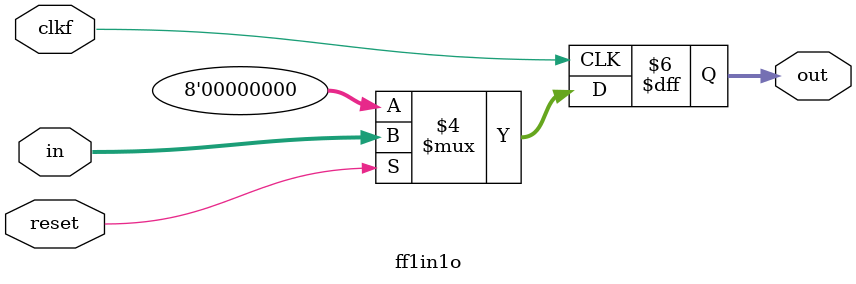
<source format=v>


  module ff1in1o(
      input wire clkf,
      input wire reset,
      input wire [7:0] in,
      output reg [7:0] out
  );
  // Each positive edge of the clock make these changes
  always @(posedge clkf)
  //If this happens on a positive edge of the clock, make the following changes for the next clock edge
  begin
    // Reset synchronous
    if (reset == 0) // If reset in LOW nonblobking assing zero
    begin
      out <= 0;
    end // end if
    else begin // reset  == 1
      out <= in;
    end // end else
  end // end always posedge clk

endmodule


</source>
